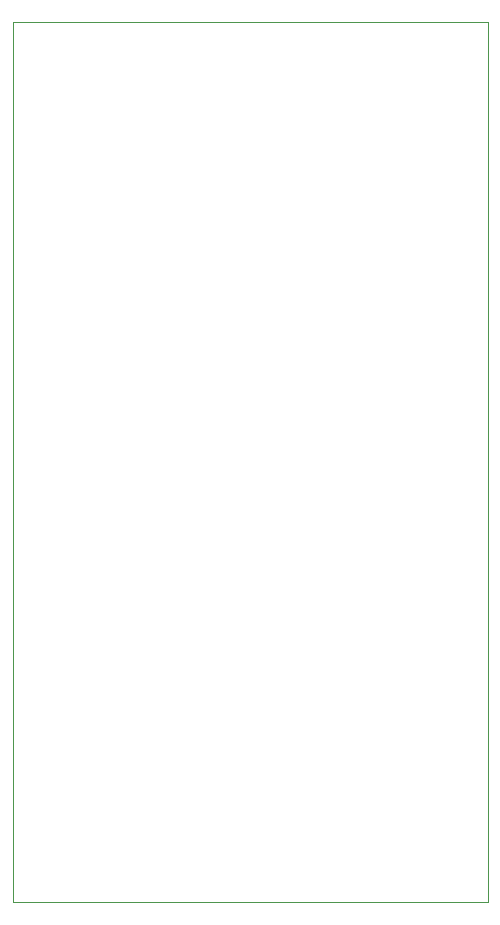
<source format=gbr>
G04 (created by PCBNEW (2013-mar-13)-testing) date Wed 06 Nov 2013 09:32:46 AM CET*
%MOIN*%
G04 Gerber Fmt 3.4, Leading zero omitted, Abs format*
%FSLAX34Y34*%
G01*
G70*
G90*
G04 APERTURE LIST*
%ADD10C,0.005906*%
%ADD11C,0.003937*%
G04 APERTURE END LIST*
G54D10*
G54D11*
X58366Y-49704D02*
X42519Y-49704D01*
X58366Y-20374D02*
X58366Y-49704D01*
X42519Y-20374D02*
X58366Y-20374D01*
X42519Y-49704D02*
X42519Y-20374D01*
M02*

</source>
